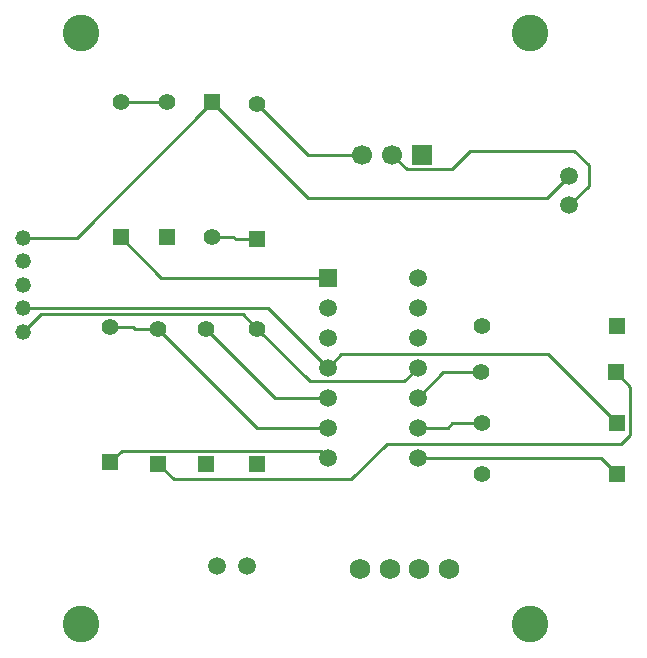
<source format=gbl>
G04*
G04 #@! TF.GenerationSoftware,Altium Limited,Altium Designer,24.1.2 (44)*
G04*
G04 Layer_Physical_Order=2*
G04 Layer_Color=16711680*
%FSLAX44Y44*%
%MOMM*%
G71*
G04*
G04 #@! TF.SameCoordinates,5ACB85F1-2223-4C92-A2CF-7EEF7C6C753D*
G04*
G04*
G04 #@! TF.FilePolarity,Positive*
G04*
G01*
G75*
%ADD15C,0.2540*%
%ADD17C,1.3970*%
%ADD18R,1.3970X1.3970*%
%ADD19R,1.3970X1.3970*%
%ADD20C,1.7526*%
%ADD21C,1.4986*%
%ADD26C,1.3208*%
%ADD27C,3.1000*%
%ADD28C,1.5000*%
%ADD29R,1.5000X1.5000*%
%ADD30R,1.7000X1.7000*%
%ADD31C,1.7000*%
D15*
X529590Y550672D02*
X617728D01*
X629920Y521100D02*
Y538480D01*
X617728Y550672D02*
X629920Y538480D01*
X613410Y504590D02*
X629920Y521100D01*
X311150Y591820D02*
X392430Y510540D01*
X594360D02*
X613410Y529590D01*
X392430Y510540D02*
X594360D01*
X337185Y412115D02*
X349250Y400050D01*
X166045Y412115D02*
X337185D01*
X151130Y397200D02*
X166045Y412115D01*
X463550Y547370D02*
X475996Y534924D01*
X513842D01*
X529590Y550672D01*
X196530Y477200D02*
X311150Y591820D01*
X151130Y477200D02*
X196530D01*
X473710Y355600D02*
X485140Y367030D01*
X393700Y355600D02*
X473710D01*
X349250Y400050D02*
X393700Y355600D01*
X358770Y417200D02*
X408940Y367030D01*
X151130Y417200D02*
X358770D01*
X392430Y547370D02*
X438150D01*
X349250Y590550D02*
X392430Y547370D01*
X408940Y367030D02*
X420370Y378460D01*
X595630D01*
X654050Y320040D01*
X265430Y285750D02*
X278638Y272542D01*
X429006D01*
X458724Y302260D01*
X657352D01*
X664972Y309880D01*
Y351028D01*
X652780Y363220D02*
X664972Y351028D01*
X311150Y477520D02*
X329438D01*
X330708Y476250D01*
X349250D01*
X233680Y591820D02*
X273050D01*
X306070Y400050D02*
X364490Y341630D01*
X408940D01*
X224790Y401320D02*
X244348D01*
X245618Y400050D01*
X265430D01*
X349250Y316230D01*
X408940D01*
X485140Y341630D02*
X506730Y363220D01*
X538480D01*
X485140Y316230D02*
X510540D01*
X514350Y320040D01*
X539750D01*
X267970Y443230D02*
X408940D01*
X233680Y477520D02*
X267970Y443230D01*
X224790Y287020D02*
X234442Y296672D01*
X403098D01*
X408940Y290830D01*
X485140D02*
X640080D01*
X654050Y276860D01*
D17*
X539750D02*
D03*
Y320040D02*
D03*
Y402590D02*
D03*
X538480Y363220D02*
D03*
X349250Y590550D02*
D03*
X311150Y477520D02*
D03*
X273050Y591820D02*
D03*
X233680D02*
D03*
X349250Y400050D02*
D03*
X306070D02*
D03*
X265430D02*
D03*
X224790Y401320D02*
D03*
D18*
X654050Y276860D02*
D03*
Y320040D02*
D03*
Y402590D02*
D03*
X652780Y363220D02*
D03*
D19*
X349250Y476250D02*
D03*
X311150Y591820D02*
D03*
X273050Y477520D02*
D03*
X233680D02*
D03*
X349250Y285750D02*
D03*
X306070D02*
D03*
X265430D02*
D03*
X224790Y287020D02*
D03*
D20*
X511410Y196850D02*
D03*
X486410D02*
D03*
X461410D02*
D03*
X436410D02*
D03*
D21*
X613410Y529590D02*
D03*
Y504590D02*
D03*
X315360Y199390D02*
D03*
X340360D02*
D03*
D26*
X151130Y397200D02*
D03*
Y417200D02*
D03*
Y437200D02*
D03*
Y457200D02*
D03*
Y477200D02*
D03*
D27*
X580000Y150000D02*
D03*
X200000D02*
D03*
X580000Y650000D02*
D03*
X200000D02*
D03*
D28*
X485140Y290830D02*
D03*
Y316230D02*
D03*
Y341630D02*
D03*
Y367030D02*
D03*
Y392430D02*
D03*
Y417830D02*
D03*
Y443230D02*
D03*
X408940Y290830D02*
D03*
Y316230D02*
D03*
Y341630D02*
D03*
Y367030D02*
D03*
Y392430D02*
D03*
Y417830D02*
D03*
D29*
Y443230D02*
D03*
D30*
X488950Y547370D02*
D03*
D31*
X463550D02*
D03*
X438150D02*
D03*
M02*

</source>
